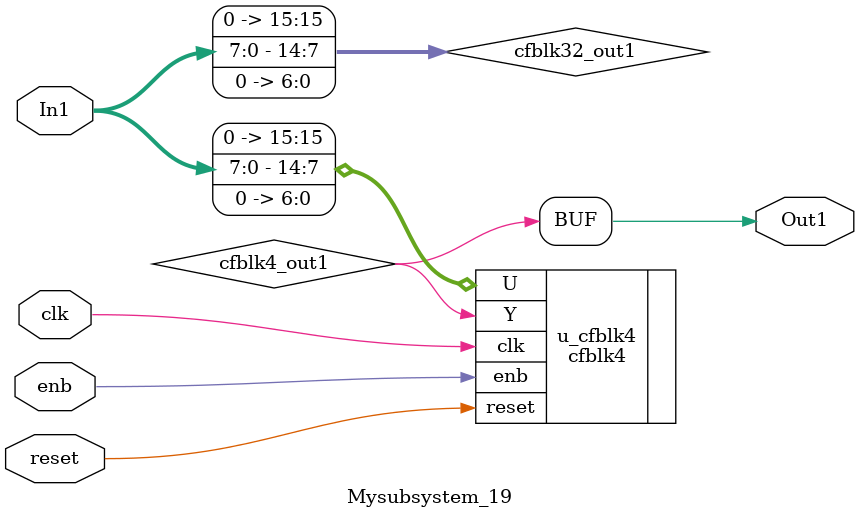
<source format=v>



`timescale 1 ns / 1 ns

module Mysubsystem_19
          (clk,
           reset,
           enb,
           In1,
           Out1);


  input   clk;
  input   reset;
  input   enb;
  input   [7:0] In1;  // uint8
  output  Out1;


  wire [15:0] cfblk32_out1;  // ufix16_En7
  wire cfblk4_out1;


  assign cfblk32_out1 = {1'b0, {In1, 7'b0000000}};



  cfblk4 u_cfblk4 (.clk(clk),
                   .reset(reset),
                   .enb(enb),
                   .U(cfblk32_out1),  // ufix16_En7
                   .Y(cfblk4_out1)
                   );

  assign Out1 = cfblk4_out1;

endmodule  // Mysubsystem_19


</source>
